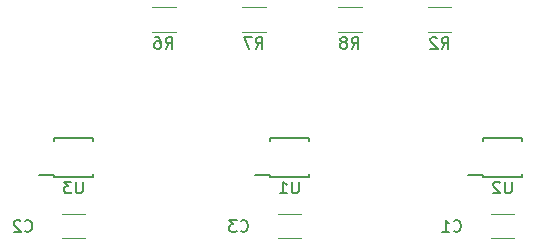
<source format=gbr>
G04 #@! TF.FileFunction,Legend,Bot*
%FSLAX46Y46*%
G04 Gerber Fmt 4.6, Leading zero omitted, Abs format (unit mm)*
G04 Created by KiCad (PCBNEW 4.0.7) date 01/22/18 20:26:34*
%MOMM*%
%LPD*%
G01*
G04 APERTURE LIST*
%ADD10C,0.100000*%
%ADD11C,0.120000*%
%ADD12C,0.150000*%
G04 APERTURE END LIST*
D10*
D11*
X150606000Y-76966000D02*
X148606000Y-76966000D01*
X148606000Y-74926000D02*
X150606000Y-74926000D01*
X112284000Y-74926000D02*
X114284000Y-74926000D01*
X114284000Y-76966000D02*
X112284000Y-76966000D01*
X132572000Y-76966000D02*
X130572000Y-76966000D01*
X130572000Y-74926000D02*
X132572000Y-74926000D01*
X145272000Y-57350000D02*
X143272000Y-57350000D01*
X143272000Y-59490000D02*
X145272000Y-59490000D01*
X121936000Y-57350000D02*
X119936000Y-57350000D01*
X119936000Y-59490000D02*
X121936000Y-59490000D01*
X129556000Y-57350000D02*
X127556000Y-57350000D01*
X127556000Y-59490000D02*
X129556000Y-59490000D01*
X137684000Y-57350000D02*
X135684000Y-57350000D01*
X135684000Y-59490000D02*
X137684000Y-59490000D01*
D12*
X129897000Y-71779000D02*
X129897000Y-71554000D01*
X133247000Y-71779000D02*
X133247000Y-71479000D01*
X133247000Y-68429000D02*
X133247000Y-68729000D01*
X129897000Y-68429000D02*
X129897000Y-68729000D01*
X129897000Y-71779000D02*
X133247000Y-71779000D01*
X129897000Y-68429000D02*
X133247000Y-68429000D01*
X129897000Y-71554000D02*
X128672000Y-71554000D01*
X147931000Y-71779000D02*
X147931000Y-71554000D01*
X151281000Y-71779000D02*
X151281000Y-71479000D01*
X151281000Y-68429000D02*
X151281000Y-68729000D01*
X147931000Y-68429000D02*
X147931000Y-68729000D01*
X147931000Y-71779000D02*
X151281000Y-71779000D01*
X147931000Y-68429000D02*
X151281000Y-68429000D01*
X147931000Y-71554000D02*
X146706000Y-71554000D01*
X111609000Y-71779000D02*
X111609000Y-71554000D01*
X114959000Y-71779000D02*
X114959000Y-71479000D01*
X114959000Y-68429000D02*
X114959000Y-68729000D01*
X111609000Y-68429000D02*
X111609000Y-68729000D01*
X111609000Y-71779000D02*
X114959000Y-71779000D01*
X111609000Y-68429000D02*
X114959000Y-68429000D01*
X111609000Y-71554000D02*
X110384000Y-71554000D01*
X145454666Y-76303143D02*
X145502285Y-76350762D01*
X145645142Y-76398381D01*
X145740380Y-76398381D01*
X145883238Y-76350762D01*
X145978476Y-76255524D01*
X146026095Y-76160286D01*
X146073714Y-75969810D01*
X146073714Y-75826952D01*
X146026095Y-75636476D01*
X145978476Y-75541238D01*
X145883238Y-75446000D01*
X145740380Y-75398381D01*
X145645142Y-75398381D01*
X145502285Y-75446000D01*
X145454666Y-75493619D01*
X144502285Y-76398381D02*
X145073714Y-76398381D01*
X144788000Y-76398381D02*
X144788000Y-75398381D01*
X144883238Y-75541238D01*
X144978476Y-75636476D01*
X145073714Y-75684095D01*
X109164666Y-76303143D02*
X109212285Y-76350762D01*
X109355142Y-76398381D01*
X109450380Y-76398381D01*
X109593238Y-76350762D01*
X109688476Y-76255524D01*
X109736095Y-76160286D01*
X109783714Y-75969810D01*
X109783714Y-75826952D01*
X109736095Y-75636476D01*
X109688476Y-75541238D01*
X109593238Y-75446000D01*
X109450380Y-75398381D01*
X109355142Y-75398381D01*
X109212285Y-75446000D01*
X109164666Y-75493619D01*
X108783714Y-75493619D02*
X108736095Y-75446000D01*
X108640857Y-75398381D01*
X108402761Y-75398381D01*
X108307523Y-75446000D01*
X108259904Y-75493619D01*
X108212285Y-75588857D01*
X108212285Y-75684095D01*
X108259904Y-75826952D01*
X108831333Y-76398381D01*
X108212285Y-76398381D01*
X127420666Y-76303143D02*
X127468285Y-76350762D01*
X127611142Y-76398381D01*
X127706380Y-76398381D01*
X127849238Y-76350762D01*
X127944476Y-76255524D01*
X127992095Y-76160286D01*
X128039714Y-75969810D01*
X128039714Y-75826952D01*
X127992095Y-75636476D01*
X127944476Y-75541238D01*
X127849238Y-75446000D01*
X127706380Y-75398381D01*
X127611142Y-75398381D01*
X127468285Y-75446000D01*
X127420666Y-75493619D01*
X127087333Y-75398381D02*
X126468285Y-75398381D01*
X126801619Y-75779333D01*
X126658761Y-75779333D01*
X126563523Y-75826952D01*
X126515904Y-75874571D01*
X126468285Y-75969810D01*
X126468285Y-76207905D01*
X126515904Y-76303143D01*
X126563523Y-76350762D01*
X126658761Y-76398381D01*
X126944476Y-76398381D01*
X127039714Y-76350762D01*
X127087333Y-76303143D01*
X144438666Y-60904381D02*
X144772000Y-60428190D01*
X145010095Y-60904381D02*
X145010095Y-59904381D01*
X144629142Y-59904381D01*
X144533904Y-59952000D01*
X144486285Y-59999619D01*
X144438666Y-60094857D01*
X144438666Y-60237714D01*
X144486285Y-60332952D01*
X144533904Y-60380571D01*
X144629142Y-60428190D01*
X145010095Y-60428190D01*
X144057714Y-59999619D02*
X144010095Y-59952000D01*
X143914857Y-59904381D01*
X143676761Y-59904381D01*
X143581523Y-59952000D01*
X143533904Y-59999619D01*
X143486285Y-60094857D01*
X143486285Y-60190095D01*
X143533904Y-60332952D01*
X144105333Y-60904381D01*
X143486285Y-60904381D01*
X121070666Y-60904381D02*
X121404000Y-60428190D01*
X121642095Y-60904381D02*
X121642095Y-59904381D01*
X121261142Y-59904381D01*
X121165904Y-59952000D01*
X121118285Y-59999619D01*
X121070666Y-60094857D01*
X121070666Y-60237714D01*
X121118285Y-60332952D01*
X121165904Y-60380571D01*
X121261142Y-60428190D01*
X121642095Y-60428190D01*
X120213523Y-59904381D02*
X120404000Y-59904381D01*
X120499238Y-59952000D01*
X120546857Y-59999619D01*
X120642095Y-60142476D01*
X120689714Y-60332952D01*
X120689714Y-60713905D01*
X120642095Y-60809143D01*
X120594476Y-60856762D01*
X120499238Y-60904381D01*
X120308761Y-60904381D01*
X120213523Y-60856762D01*
X120165904Y-60809143D01*
X120118285Y-60713905D01*
X120118285Y-60475810D01*
X120165904Y-60380571D01*
X120213523Y-60332952D01*
X120308761Y-60285333D01*
X120499238Y-60285333D01*
X120594476Y-60332952D01*
X120642095Y-60380571D01*
X120689714Y-60475810D01*
X128690666Y-60904381D02*
X129024000Y-60428190D01*
X129262095Y-60904381D02*
X129262095Y-59904381D01*
X128881142Y-59904381D01*
X128785904Y-59952000D01*
X128738285Y-59999619D01*
X128690666Y-60094857D01*
X128690666Y-60237714D01*
X128738285Y-60332952D01*
X128785904Y-60380571D01*
X128881142Y-60428190D01*
X129262095Y-60428190D01*
X128357333Y-59904381D02*
X127690666Y-59904381D01*
X128119238Y-60904381D01*
X136818666Y-60904381D02*
X137152000Y-60428190D01*
X137390095Y-60904381D02*
X137390095Y-59904381D01*
X137009142Y-59904381D01*
X136913904Y-59952000D01*
X136866285Y-59999619D01*
X136818666Y-60094857D01*
X136818666Y-60237714D01*
X136866285Y-60332952D01*
X136913904Y-60380571D01*
X137009142Y-60428190D01*
X137390095Y-60428190D01*
X136247238Y-60332952D02*
X136342476Y-60285333D01*
X136390095Y-60237714D01*
X136437714Y-60142476D01*
X136437714Y-60094857D01*
X136390095Y-59999619D01*
X136342476Y-59952000D01*
X136247238Y-59904381D01*
X136056761Y-59904381D01*
X135961523Y-59952000D01*
X135913904Y-59999619D01*
X135866285Y-60094857D01*
X135866285Y-60142476D01*
X135913904Y-60237714D01*
X135961523Y-60285333D01*
X136056761Y-60332952D01*
X136247238Y-60332952D01*
X136342476Y-60380571D01*
X136390095Y-60428190D01*
X136437714Y-60523429D01*
X136437714Y-60713905D01*
X136390095Y-60809143D01*
X136342476Y-60856762D01*
X136247238Y-60904381D01*
X136056761Y-60904381D01*
X135961523Y-60856762D01*
X135913904Y-60809143D01*
X135866285Y-60713905D01*
X135866285Y-60523429D01*
X135913904Y-60428190D01*
X135961523Y-60380571D01*
X136056761Y-60332952D01*
X132333905Y-72156381D02*
X132333905Y-72965905D01*
X132286286Y-73061143D01*
X132238667Y-73108762D01*
X132143429Y-73156381D01*
X131952952Y-73156381D01*
X131857714Y-73108762D01*
X131810095Y-73061143D01*
X131762476Y-72965905D01*
X131762476Y-72156381D01*
X130762476Y-73156381D02*
X131333905Y-73156381D01*
X131048191Y-73156381D02*
X131048191Y-72156381D01*
X131143429Y-72299238D01*
X131238667Y-72394476D01*
X131333905Y-72442095D01*
X150367905Y-72156381D02*
X150367905Y-72965905D01*
X150320286Y-73061143D01*
X150272667Y-73108762D01*
X150177429Y-73156381D01*
X149986952Y-73156381D01*
X149891714Y-73108762D01*
X149844095Y-73061143D01*
X149796476Y-72965905D01*
X149796476Y-72156381D01*
X149367905Y-72251619D02*
X149320286Y-72204000D01*
X149225048Y-72156381D01*
X148986952Y-72156381D01*
X148891714Y-72204000D01*
X148844095Y-72251619D01*
X148796476Y-72346857D01*
X148796476Y-72442095D01*
X148844095Y-72584952D01*
X149415524Y-73156381D01*
X148796476Y-73156381D01*
X114045905Y-72156381D02*
X114045905Y-72965905D01*
X113998286Y-73061143D01*
X113950667Y-73108762D01*
X113855429Y-73156381D01*
X113664952Y-73156381D01*
X113569714Y-73108762D01*
X113522095Y-73061143D01*
X113474476Y-72965905D01*
X113474476Y-72156381D01*
X113093524Y-72156381D02*
X112474476Y-72156381D01*
X112807810Y-72537333D01*
X112664952Y-72537333D01*
X112569714Y-72584952D01*
X112522095Y-72632571D01*
X112474476Y-72727810D01*
X112474476Y-72965905D01*
X112522095Y-73061143D01*
X112569714Y-73108762D01*
X112664952Y-73156381D01*
X112950667Y-73156381D01*
X113045905Y-73108762D01*
X113093524Y-73061143D01*
M02*

</source>
